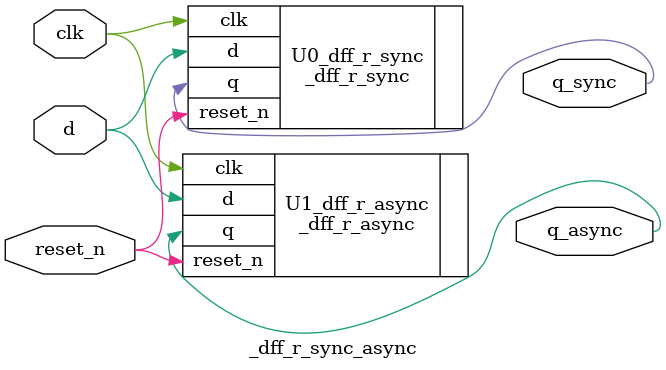
<source format=v>
module _dff_r_sync_async(clk, reset_n, d, q_sync, q_async);
	input clk, reset_n, d;
	output q_sync, q_async;
	
	_dff_r_sync	U0_dff_r_sync(.clk(clk), .reset_n(reset_n), .d(d), .q(q_sync));
	_dff_r_async U1_dff_r_async(.clk(clk), .reset_n(reset_n), .d(d), .q(q_async));
	
endmodule 




</source>
